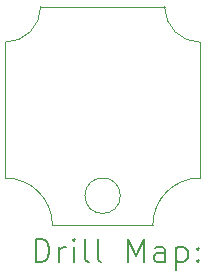
<source format=gbr>
%TF.GenerationSoftware,KiCad,Pcbnew,8.0.2*%
%TF.CreationDate,2024-10-03T22:03:05+02:00*%
%TF.ProjectId,skrhade_single_pcb,736b7268-6164-4655-9f73-696e676c655f,rev?*%
%TF.SameCoordinates,Original*%
%TF.FileFunction,Drillmap*%
%TF.FilePolarity,Positive*%
%FSLAX45Y45*%
G04 Gerber Fmt 4.5, Leading zero omitted, Abs format (unit mm)*
G04 Created by KiCad (PCBNEW 8.0.2) date 2024-10-03 22:03:05*
%MOMM*%
%LPD*%
G01*
G04 APERTURE LIST*
%ADD10C,0.050000*%
%ADD11C,0.200000*%
G04 APERTURE END LIST*
D10*
X9325000Y-11600000D02*
G75*
G02*
X9025000Y-11600000I-150000J0D01*
G01*
X9025000Y-11600000D02*
G75*
G02*
X9325000Y-11600000I150000J0D01*
G01*
X8750000Y-11850000D02*
X9600000Y-11850000D01*
X8350000Y-11450000D02*
G75*
G02*
X8750000Y-11850000I0J-400000D01*
G01*
X10000000Y-10300000D02*
G75*
G02*
X9700000Y-10000000I0J300000D01*
G01*
X8650000Y-10000000D02*
G75*
G02*
X8350000Y-10300000I-300000J0D01*
G01*
X10000000Y-10300000D02*
X10000000Y-11450000D01*
X8650000Y-10000000D02*
X9700000Y-10000000D01*
X8350000Y-11450000D02*
X8350000Y-10300000D01*
X9600000Y-11850000D02*
G75*
G02*
X10000000Y-11450000I400000J0D01*
G01*
D11*
X8608277Y-12163984D02*
X8608277Y-11963984D01*
X8608277Y-11963984D02*
X8655896Y-11963984D01*
X8655896Y-11963984D02*
X8684467Y-11973508D01*
X8684467Y-11973508D02*
X8703515Y-11992555D01*
X8703515Y-11992555D02*
X8713039Y-12011603D01*
X8713039Y-12011603D02*
X8722563Y-12049698D01*
X8722563Y-12049698D02*
X8722563Y-12078269D01*
X8722563Y-12078269D02*
X8713039Y-12116365D01*
X8713039Y-12116365D02*
X8703515Y-12135412D01*
X8703515Y-12135412D02*
X8684467Y-12154460D01*
X8684467Y-12154460D02*
X8655896Y-12163984D01*
X8655896Y-12163984D02*
X8608277Y-12163984D01*
X8808277Y-12163984D02*
X8808277Y-12030650D01*
X8808277Y-12068746D02*
X8817801Y-12049698D01*
X8817801Y-12049698D02*
X8827324Y-12040174D01*
X8827324Y-12040174D02*
X8846372Y-12030650D01*
X8846372Y-12030650D02*
X8865420Y-12030650D01*
X8932086Y-12163984D02*
X8932086Y-12030650D01*
X8932086Y-11963984D02*
X8922563Y-11973508D01*
X8922563Y-11973508D02*
X8932086Y-11983031D01*
X8932086Y-11983031D02*
X8941610Y-11973508D01*
X8941610Y-11973508D02*
X8932086Y-11963984D01*
X8932086Y-11963984D02*
X8932086Y-11983031D01*
X9055896Y-12163984D02*
X9036848Y-12154460D01*
X9036848Y-12154460D02*
X9027324Y-12135412D01*
X9027324Y-12135412D02*
X9027324Y-11963984D01*
X9160658Y-12163984D02*
X9141610Y-12154460D01*
X9141610Y-12154460D02*
X9132086Y-12135412D01*
X9132086Y-12135412D02*
X9132086Y-11963984D01*
X9389229Y-12163984D02*
X9389229Y-11963984D01*
X9389229Y-11963984D02*
X9455896Y-12106841D01*
X9455896Y-12106841D02*
X9522563Y-11963984D01*
X9522563Y-11963984D02*
X9522563Y-12163984D01*
X9703515Y-12163984D02*
X9703515Y-12059222D01*
X9703515Y-12059222D02*
X9693991Y-12040174D01*
X9693991Y-12040174D02*
X9674944Y-12030650D01*
X9674944Y-12030650D02*
X9636848Y-12030650D01*
X9636848Y-12030650D02*
X9617801Y-12040174D01*
X9703515Y-12154460D02*
X9684467Y-12163984D01*
X9684467Y-12163984D02*
X9636848Y-12163984D01*
X9636848Y-12163984D02*
X9617801Y-12154460D01*
X9617801Y-12154460D02*
X9608277Y-12135412D01*
X9608277Y-12135412D02*
X9608277Y-12116365D01*
X9608277Y-12116365D02*
X9617801Y-12097317D01*
X9617801Y-12097317D02*
X9636848Y-12087793D01*
X9636848Y-12087793D02*
X9684467Y-12087793D01*
X9684467Y-12087793D02*
X9703515Y-12078269D01*
X9798753Y-12030650D02*
X9798753Y-12230650D01*
X9798753Y-12040174D02*
X9817801Y-12030650D01*
X9817801Y-12030650D02*
X9855896Y-12030650D01*
X9855896Y-12030650D02*
X9874944Y-12040174D01*
X9874944Y-12040174D02*
X9884467Y-12049698D01*
X9884467Y-12049698D02*
X9893991Y-12068746D01*
X9893991Y-12068746D02*
X9893991Y-12125888D01*
X9893991Y-12125888D02*
X9884467Y-12144936D01*
X9884467Y-12144936D02*
X9874944Y-12154460D01*
X9874944Y-12154460D02*
X9855896Y-12163984D01*
X9855896Y-12163984D02*
X9817801Y-12163984D01*
X9817801Y-12163984D02*
X9798753Y-12154460D01*
X9979705Y-12144936D02*
X9989229Y-12154460D01*
X9989229Y-12154460D02*
X9979705Y-12163984D01*
X9979705Y-12163984D02*
X9970182Y-12154460D01*
X9970182Y-12154460D02*
X9979705Y-12144936D01*
X9979705Y-12144936D02*
X9979705Y-12163984D01*
X9979705Y-12040174D02*
X9989229Y-12049698D01*
X9989229Y-12049698D02*
X9979705Y-12059222D01*
X9979705Y-12059222D02*
X9970182Y-12049698D01*
X9970182Y-12049698D02*
X9979705Y-12040174D01*
X9979705Y-12040174D02*
X9979705Y-12059222D01*
M02*

</source>
